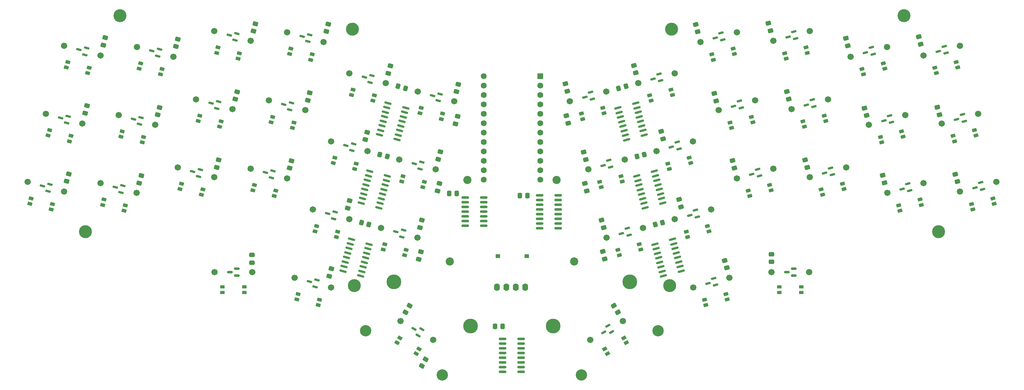
<source format=gbs>
G04 #@! TF.GenerationSoftware,KiCad,Pcbnew,8.0.4*
G04 #@! TF.CreationDate,2024-08-16T14:11:01+09:00*
G04 #@! TF.ProjectId,TrueStrike42,54727565-5374-4726-996b-6534322e6b69,rev?*
G04 #@! TF.SameCoordinates,Original*
G04 #@! TF.FileFunction,Soldermask,Bot*
G04 #@! TF.FilePolarity,Negative*
%FSLAX46Y46*%
G04 Gerber Fmt 4.6, Leading zero omitted, Abs format (unit mm)*
G04 Created by KiCad (PCBNEW 8.0.4) date 2024-08-16 14:11:01*
%MOMM*%
%LPD*%
G01*
G04 APERTURE LIST*
G04 Aperture macros list*
%AMRoundRect*
0 Rectangle with rounded corners*
0 $1 Rounding radius*
0 $2 $3 $4 $5 $6 $7 $8 $9 X,Y pos of 4 corners*
0 Add a 4 corners polygon primitive as box body*
4,1,4,$2,$3,$4,$5,$6,$7,$8,$9,$2,$3,0*
0 Add four circle primitives for the rounded corners*
1,1,$1+$1,$2,$3*
1,1,$1+$1,$4,$5*
1,1,$1+$1,$6,$7*
1,1,$1+$1,$8,$9*
0 Add four rect primitives between the rounded corners*
20,1,$1+$1,$2,$3,$4,$5,0*
20,1,$1+$1,$4,$5,$6,$7,0*
20,1,$1+$1,$6,$7,$8,$9,0*
20,1,$1+$1,$8,$9,$2,$3,0*%
%AMRotRect*
0 Rectangle, with rotation*
0 The origin of the aperture is its center*
0 $1 length*
0 $2 width*
0 $3 Rotation angle, in degrees counterclockwise*
0 Add horizontal line*
21,1,$1,$2,0,0,$3*%
G04 Aperture macros list end*
%ADD10C,3.500000*%
%ADD11C,1.701800*%
%ADD12RoundRect,0.150000X-0.528659X-0.296945X0.606304X0.007167X0.528659X0.296945X-0.606304X-0.007167X0*%
%ADD13RoundRect,0.150000X-0.606304X0.007167X0.528659X-0.296945X0.606304X-0.007167X-0.528659X0.296945X0*%
%ADD14C,2.200000*%
%ADD15RoundRect,0.150000X-0.587500X-0.150000X0.587500X-0.150000X0.587500X0.150000X-0.587500X0.150000X0*%
%ADD16O,1.600000X2.000000*%
%ADD17C,3.048000*%
%ADD18C,3.987800*%
%ADD19RoundRect,0.150000X-0.433790X-0.423654X0.583790X0.163846X0.433790X0.423654X-0.583790X-0.163846X0*%
%ADD20RoundRect,0.150000X-0.583790X0.163846X0.433790X-0.423654X0.583790X-0.163846X-0.433790X0.423654X0*%
%ADD21RotRect,1.250000X0.900000X15.000000*%
%ADD22RotRect,1.240000X0.900000X15.000000*%
%ADD23RoundRect,0.250000X-0.546166X0.203061X-0.371463X-0.448939X0.546166X-0.203061X0.371463X0.448939X0*%
%ADD24RoundRect,0.250000X-0.475000X0.337500X-0.475000X-0.337500X0.475000X-0.337500X0.475000X0.337500X0*%
%ADD25RoundRect,0.150000X0.758066X0.358415X-0.835712X-0.068637X-0.758066X-0.358415X0.835712X0.068637X0*%
%ADD26RoundRect,0.250000X-0.371463X0.448939X-0.546166X-0.203061X0.371463X-0.448939X0.546166X0.203061X0*%
%ADD27RotRect,1.250000X0.900000X165.000000*%
%ADD28RoundRect,0.250000X-0.448939X-0.371463X0.203061X-0.546166X0.448939X0.371463X-0.203061X0.546166X0*%
%ADD29RoundRect,0.250000X0.337500X0.475000X-0.337500X0.475000X-0.337500X-0.475000X0.337500X-0.475000X0*%
%ADD30RotRect,1.250000X0.900000X195.000000*%
%ADD31RoundRect,0.250000X-0.203061X-0.546166X0.448939X-0.371463X0.203061X0.546166X-0.448939X0.371463X0*%
%ADD32R,1.600000X1.600000*%
%ADD33C,1.600000*%
%ADD34RotRect,1.250000X0.900000X345.000000*%
%ADD35RotRect,1.240000X0.900000X345.000000*%
%ADD36RoundRect,0.150000X0.825000X0.150000X-0.825000X0.150000X-0.825000X-0.150000X0.825000X-0.150000X0*%
%ADD37RoundRect,0.250000X-0.580112X0.054784X-0.242612X-0.529784X0.580112X-0.054784X0.242612X0.529784X0*%
%ADD38RoundRect,0.150000X0.835712X-0.068637X-0.758066X0.358415X-0.835712X0.068637X0.758066X-0.358415X0*%
%ADD39RoundRect,0.250000X0.242612X-0.529784X0.580112X0.054784X-0.242612X0.529784X-0.580112X-0.054784X0*%
%ADD40RotRect,1.250000X0.900000X30.000000*%
%ADD41RotRect,1.240000X0.900000X30.000000*%
%ADD42R,1.250000X1.000000*%
%ADD43R,1.250000X0.900000*%
%ADD44R,1.240000X0.900000*%
%ADD45RoundRect,0.250000X-0.242612X0.529784X-0.580112X-0.054784X0.242612X-0.529784X0.580112X0.054784X0*%
%ADD46RotRect,1.250000X0.900000X330.000000*%
%ADD47RotRect,1.240000X0.900000X330.000000*%
G04 APERTURE END LIST*
D10*
X263470818Y-96420395D03*
D11*
X269241867Y-85614221D03*
X279055673Y-82984619D03*
D12*
X274808447Y-83139148D03*
X275300204Y-84974407D03*
X273243215Y-84542063D03*
D11*
X27746783Y-46182850D03*
X37560589Y-48812452D03*
D13*
X33805120Y-46822664D03*
X33313363Y-48657923D03*
X31748131Y-47255008D03*
D11*
X259380846Y-48812452D03*
X269194652Y-46182850D03*
D12*
X264947426Y-46337379D03*
X265439183Y-48172638D03*
X263382194Y-47740294D03*
D14*
X160470814Y-82420399D03*
D11*
X218411145Y-107320407D03*
X228571145Y-107320407D03*
D15*
X224428645Y-106370407D03*
X224428645Y-108270407D03*
X222553645Y-107320407D03*
D14*
X131720817Y-104420397D03*
D10*
X33470817Y-96420393D03*
D11*
X78018944Y-79375257D03*
X87832750Y-82004859D03*
D13*
X84077281Y-80015071D03*
X83585524Y-81850330D03*
X82020292Y-80447415D03*
D11*
X239747338Y-49142737D03*
X249561144Y-46513135D03*
D12*
X245313918Y-46667664D03*
X245805675Y-48502923D03*
X243748686Y-48070579D03*
D11*
X244677844Y-67543620D03*
X254491650Y-64914018D03*
D12*
X250244424Y-65068547D03*
X250736181Y-66903806D03*
X248679192Y-66471462D03*
D11*
X123038219Y-58568122D03*
X132852025Y-61197724D03*
D13*
X129096556Y-59207936D03*
X128604799Y-61043195D03*
X127039567Y-59640280D03*
D11*
X169019912Y-79598602D03*
X178833718Y-76969000D03*
D12*
X174586492Y-77123529D03*
X175078249Y-78958788D03*
X173021260Y-78526444D03*
D11*
X37519286Y-83314908D03*
X47333092Y-85944510D03*
D13*
X43577623Y-83954722D03*
X43085866Y-85789981D03*
X41520634Y-84387066D03*
D10*
X254170821Y-38120392D03*
X105470816Y-41720394D03*
X191470820Y-41720393D03*
D11*
X187420812Y-74668100D03*
X197234618Y-72038498D03*
D12*
X192987392Y-72193027D03*
X193479149Y-74028286D03*
X191422160Y-73595942D03*
D16*
X152059754Y-111397892D03*
X149519756Y-111397887D03*
X146979753Y-111397889D03*
X144439755Y-111397894D03*
D11*
X192351309Y-93068979D03*
X202165115Y-90439377D03*
D12*
X197917889Y-90593906D03*
X198409646Y-92429165D03*
X196352657Y-91996821D03*
D11*
X89845825Y-108840268D03*
X99659631Y-111469870D03*
D13*
X95904162Y-109480082D03*
X95412405Y-111315341D03*
X93847173Y-109912426D03*
D11*
X199247691Y-45203085D03*
X209061497Y-42573483D03*
D12*
X204814271Y-42728012D03*
X205306028Y-44563271D03*
X203249039Y-44130927D03*
D10*
X105960822Y-111000392D03*
X190980820Y-111000393D03*
D14*
X136470817Y-82420395D03*
X165220816Y-104420391D03*
D11*
X17885773Y-82984637D03*
X27699579Y-85614239D03*
D13*
X23944110Y-83624451D03*
X23452353Y-85459710D03*
X21887121Y-84056795D03*
D11*
X63315926Y-60644101D03*
X73129732Y-63273703D03*
D13*
X69374263Y-61283915D03*
X68882506Y-63119174D03*
X67317274Y-61716259D03*
D11*
X104637341Y-53637611D03*
X114451147Y-56267213D03*
D13*
X110695678Y-54277425D03*
X110203921Y-56112684D03*
X108638689Y-54709769D03*
D11*
X99706827Y-72038494D03*
X109520633Y-74668096D03*
D13*
X105765164Y-72678308D03*
X105273407Y-74513567D03*
X103708175Y-73110652D03*
D17*
X187822269Y-123200584D03*
D18*
X180202262Y-110002358D03*
D11*
X178390566Y-120580397D03*
X169591748Y-125660397D03*
D17*
X167145046Y-135138584D03*
D18*
X159525046Y-121940360D03*
D19*
X174328054Y-121828923D03*
X175278059Y-123474368D03*
X173179257Y-123589147D03*
D17*
X129696412Y-135138585D03*
D18*
X137316412Y-121940358D03*
D11*
X127249710Y-125660398D03*
X118450892Y-120580398D03*
D18*
X116639190Y-110002356D03*
D17*
X109019187Y-123200585D03*
D20*
X124137198Y-122766425D03*
X123187200Y-124411870D03*
X122038402Y-122651649D03*
D11*
X87879930Y-42573472D03*
X97693736Y-45203074D03*
D13*
X93938267Y-43213286D03*
X93446510Y-45048545D03*
X91881278Y-43645630D03*
D11*
X164089416Y-61197714D03*
X173903222Y-58568112D03*
D12*
X169655996Y-58722641D03*
X170147753Y-60557900D03*
X168090764Y-60125556D03*
D10*
X42770818Y-38120397D03*
D11*
X58385440Y-79044976D03*
X68199246Y-81674578D03*
D13*
X64443777Y-79684790D03*
X63952020Y-81520049D03*
X62386788Y-80117134D03*
D11*
X94776329Y-90439390D03*
X104590135Y-93068992D03*
D13*
X100834666Y-91079204D03*
X100342909Y-92914463D03*
X98777677Y-91511548D03*
D11*
X223811698Y-63273674D03*
X233625504Y-60644072D03*
D12*
X229378278Y-60798601D03*
X229870035Y-62633860D03*
X227813046Y-62201516D03*
D11*
X113177217Y-95369884D03*
X122991023Y-97999486D03*
D13*
X119235554Y-96009698D03*
X118743797Y-97844957D03*
X117178565Y-96442042D03*
D11*
X68270297Y-107320404D03*
X78430297Y-107320404D03*
D15*
X74287797Y-106370404D03*
X74287797Y-108270404D03*
X72412797Y-107320404D03*
D11*
X218881195Y-44872789D03*
X228695001Y-42243187D03*
D12*
X224447775Y-42397716D03*
X224939532Y-44232975D03*
X222882543Y-43800631D03*
D11*
X182490298Y-56267206D03*
X192304104Y-53637604D03*
D12*
X188056878Y-53792133D03*
X188548635Y-55627392D03*
X186491646Y-55195048D03*
D11*
X118107721Y-76969011D03*
X127921527Y-79598613D03*
D13*
X124166058Y-77608825D03*
X123674301Y-79444084D03*
X122109069Y-78041169D03*
D11*
X228742200Y-81674570D03*
X238556006Y-79044968D03*
D12*
X234308780Y-79199497D03*
X234800537Y-81034756D03*
X232743548Y-80602412D03*
D11*
X264311351Y-67213343D03*
X274125157Y-64583741D03*
D12*
X269877931Y-64738270D03*
X270369688Y-66573529D03*
X268312699Y-66141185D03*
D11*
X173950424Y-97999480D03*
X183764230Y-95369878D03*
D12*
X179517004Y-95524407D03*
X180008761Y-97359666D03*
X177951772Y-96927322D03*
D11*
X197281819Y-111469869D03*
X207095625Y-108840267D03*
D12*
X202848399Y-108994796D03*
X203340156Y-110830055D03*
X201283167Y-110397711D03*
D11*
X22816279Y-64583745D03*
X32630085Y-67213347D03*
D13*
X28874616Y-65223559D03*
X28382859Y-67058818D03*
X26817627Y-65655903D03*
D11*
X209108691Y-82004854D03*
X218922497Y-79375252D03*
D12*
X214675271Y-79529781D03*
X215167028Y-81365040D03*
X213110039Y-80932696D03*
D11*
X42449792Y-64914021D03*
X52263598Y-67543623D03*
D13*
X48508129Y-65553835D03*
X48016372Y-67389094D03*
X46451140Y-65986179D03*
D11*
X249608344Y-85944507D03*
X259422150Y-83314905D03*
D12*
X255174924Y-83469434D03*
X255666681Y-85304693D03*
X253609692Y-84872349D03*
D11*
X82949438Y-60974360D03*
X92763244Y-63603962D03*
D13*
X89007775Y-61614174D03*
X88516018Y-63449433D03*
X86950786Y-62046518D03*
D11*
X47380287Y-46513131D03*
X57194093Y-49142733D03*
D13*
X53438624Y-47152945D03*
X52946867Y-48988204D03*
X51381635Y-47585289D03*
D11*
X68246427Y-42243197D03*
X78060233Y-44872799D03*
D13*
X74304764Y-42883011D03*
X73813007Y-44718270D03*
X72247775Y-43315355D03*
D11*
X204178186Y-63603965D03*
X213991992Y-60974363D03*
D12*
X209744766Y-61128892D03*
X210236523Y-62964151D03*
X208179534Y-62531807D03*
D21*
X196628088Y-77907966D03*
X196239860Y-76459079D03*
D22*
X190487771Y-78000346D03*
D21*
X190880828Y-79447941D03*
D23*
X167801110Y-74918412D03*
X168338160Y-76922708D03*
D24*
X78359332Y-102679444D03*
X78359328Y-104754448D03*
D25*
X181811683Y-61708252D03*
X182140381Y-62934981D03*
X182469082Y-64161703D03*
X182797783Y-65388429D03*
X183126483Y-66615154D03*
X183455183Y-67841885D03*
X183783883Y-69068607D03*
X184112583Y-70295332D03*
X179331249Y-71576486D03*
X179002551Y-70349757D03*
X178673850Y-69123035D03*
X178345149Y-67896309D03*
X178016449Y-66669584D03*
X177687749Y-65442853D03*
X177359049Y-64216131D03*
X177030349Y-62989406D03*
D23*
X181306832Y-51525778D03*
X181843882Y-53530074D03*
D26*
X38841353Y-44017703D03*
X38304303Y-46021999D03*
D23*
X217597914Y-40145184D03*
X218134964Y-42149480D03*
D26*
X79292470Y-40259150D03*
X78755420Y-42263446D03*
D27*
X28741535Y-50603449D03*
X28353306Y-52052336D03*
X34100567Y-53592311D03*
X34488796Y-52143424D03*
X114171973Y-99790469D03*
X113783744Y-101239356D03*
X119531005Y-102779331D03*
X119919234Y-101330444D03*
D28*
X117742530Y-57149138D03*
X119746826Y-57686188D03*
D26*
X115680120Y-51665644D03*
X115143070Y-53669940D03*
D29*
X145957500Y-121979986D03*
X143882492Y-121979986D03*
D26*
X129141033Y-74839207D03*
X128603983Y-76843503D03*
D29*
X152657826Y-86669520D03*
X150582818Y-86669520D03*
D26*
X104685893Y-88060241D03*
X104148843Y-90064537D03*
D30*
X185562087Y-59598182D03*
X185950315Y-61047069D03*
X191697575Y-59507094D03*
X191309347Y-58058207D03*
D31*
X182125118Y-76087077D03*
X184129414Y-75550027D03*
D32*
X156090817Y-54450402D03*
D33*
X156090816Y-56990398D03*
X156090816Y-59530396D03*
X156090811Y-62070398D03*
X156090815Y-64610397D03*
X156090816Y-67150398D03*
X156090816Y-69690398D03*
X156090816Y-72230398D03*
X156090811Y-74770398D03*
X156090816Y-77310400D03*
X156090816Y-79850398D03*
X156090816Y-82390394D03*
X140850815Y-82390394D03*
X140850816Y-79850398D03*
X140850816Y-77310400D03*
X140850821Y-74770398D03*
X140850817Y-72230399D03*
X140850816Y-69690398D03*
X140850816Y-67150398D03*
X140850816Y-64610398D03*
X140850821Y-62070398D03*
X140850816Y-59530396D03*
X140850816Y-56990398D03*
X140850816Y-54450402D03*
D26*
X123897872Y-101819477D03*
X123360822Y-103823773D03*
D27*
X95771093Y-94859974D03*
X95382864Y-96308861D03*
X101130125Y-97848836D03*
X101518354Y-96399949D03*
D23*
X267961807Y-80898683D03*
X268498857Y-82902979D03*
D34*
X48803584Y-72323486D03*
X49191813Y-70874599D03*
D35*
X43439723Y-69333330D03*
D34*
X43056323Y-70783511D03*
D30*
X221952985Y-48203768D03*
X222341213Y-49652655D03*
X228088473Y-48112680D03*
X227700245Y-46663793D03*
D26*
X109436168Y-69559299D03*
X108899118Y-71563595D03*
D27*
X59380182Y-83465565D03*
X58991953Y-84914452D03*
X64739214Y-86454427D03*
X65127443Y-85005540D03*
D23*
X163093427Y-65076498D03*
X163630477Y-67080794D03*
D25*
X186832732Y-80084870D03*
X187161430Y-81311599D03*
X187490131Y-82538321D03*
X187818832Y-83765047D03*
X188147532Y-84991772D03*
X188476232Y-86218503D03*
X188804932Y-87445225D03*
X189133632Y-88671950D03*
X184352298Y-89953104D03*
X184023600Y-88726375D03*
X183694899Y-87499653D03*
X183366198Y-86272927D03*
X183037498Y-85046202D03*
X182708798Y-83819471D03*
X182380098Y-82592749D03*
X182051398Y-81366024D03*
D36*
X160895329Y-86624511D03*
X160895324Y-87894513D03*
X160895329Y-89164509D03*
X160895329Y-90434510D03*
X160895329Y-91704510D03*
X160895329Y-92974511D03*
X160895324Y-94244507D03*
X160895329Y-95514509D03*
X155945329Y-95514509D03*
X155945334Y-94244507D03*
X155945329Y-92974511D03*
X155945329Y-91704510D03*
X155945329Y-90434510D03*
X155945329Y-89164509D03*
X155945334Y-87894513D03*
X155945329Y-86624511D03*
D37*
X175933655Y-116380490D03*
X176971157Y-118177492D03*
D27*
X18880540Y-87405228D03*
X18492311Y-88854115D03*
X24239572Y-90394090D03*
X24627801Y-88945203D03*
D21*
X233018981Y-66513562D03*
X232630753Y-65064675D03*
D22*
X226878664Y-66605942D03*
D21*
X227271721Y-68053537D03*
D30*
X177022203Y-101330445D03*
X177410431Y-102779332D03*
X183157691Y-101239357D03*
X182769463Y-99790470D03*
D34*
X96199612Y-116249722D03*
X96587841Y-114800835D03*
D35*
X90835751Y-113259566D03*
D34*
X90452351Y-114709747D03*
D23*
X238454110Y-44184839D03*
X238991160Y-46189135D03*
D21*
X273518631Y-70453220D03*
X273130403Y-69004333D03*
D22*
X267378314Y-70545600D03*
D21*
X267771371Y-71993195D03*
D23*
X263121898Y-62835854D03*
X263658948Y-64840150D03*
D26*
X93969826Y-58892861D03*
X93432776Y-60897157D03*
D24*
X218434438Y-102487269D03*
X218434438Y-104562277D03*
D31*
X187055613Y-94487950D03*
X189059909Y-93950900D03*
D38*
X109959540Y-99766920D03*
X109630840Y-100993646D03*
X109302140Y-102220370D03*
X108973440Y-103447098D03*
X108644740Y-104673823D03*
X108316039Y-105900549D03*
X107987338Y-107127271D03*
X107658640Y-108354000D03*
X102877306Y-107072846D03*
X103206006Y-105846120D03*
X103534706Y-104619396D03*
X103863406Y-103392668D03*
X104192106Y-102165943D03*
X104520807Y-100939217D03*
X104849508Y-99712495D03*
X105178206Y-98485766D03*
D23*
X243501089Y-63020399D03*
X244038139Y-65024695D03*
X248366890Y-81179798D03*
X248903940Y-83184094D03*
D26*
X69431472Y-77060921D03*
X68894422Y-79065217D03*
D39*
X124143921Y-132632629D03*
X125181419Y-130835623D03*
D23*
X172622082Y-93296874D03*
X173159132Y-95301170D03*
D38*
X114890039Y-81366029D03*
X114561339Y-82592755D03*
X114232639Y-83819479D03*
X113903939Y-85046207D03*
X113575239Y-86272932D03*
X113246538Y-87499658D03*
X112917837Y-88726380D03*
X112589139Y-89953109D03*
X107807805Y-88671955D03*
X108136505Y-87445229D03*
X108465205Y-86218505D03*
X108793905Y-84991777D03*
X109122605Y-83765052D03*
X109451306Y-82538326D03*
X109780007Y-81311604D03*
X110108705Y-80084875D03*
D26*
X124197602Y-93288395D03*
X123660552Y-95292691D03*
D30*
X195423105Y-96399953D03*
X195811333Y-97848840D03*
X201558593Y-96308865D03*
X201170365Y-94859978D03*
X212180482Y-85335815D03*
X212568710Y-86784702D03*
X218315970Y-85244727D03*
X217927742Y-83795840D03*
D26*
X98939164Y-40347098D03*
X98402114Y-42351394D03*
D23*
X202998195Y-59068661D03*
X203535245Y-61072957D03*
X205829157Y-104172695D03*
X206366207Y-106176999D03*
D21*
X206489080Y-114709756D03*
X206100852Y-113260869D03*
D22*
X200348763Y-114802136D03*
D21*
X200741820Y-116249731D03*
D40*
X179323819Y-126406875D03*
X178573819Y-125107839D03*
D41*
X173416636Y-128085339D03*
D40*
X174170965Y-129381877D03*
D34*
X29170078Y-71993188D03*
X29558307Y-70544301D03*
D35*
X23806217Y-69003032D03*
D34*
X23422817Y-70453213D03*
D23*
X222541361Y-58594366D03*
X223078411Y-60598662D03*
D38*
X119820550Y-62965150D03*
X119491850Y-64191876D03*
X119163150Y-65418600D03*
X118834450Y-66645328D03*
X118505750Y-67872053D03*
X118177049Y-69098779D03*
X117848348Y-70325501D03*
X117519650Y-71552230D03*
X112738316Y-70271076D03*
X113067016Y-69044350D03*
X113395716Y-67817626D03*
X113724416Y-66590898D03*
X114053116Y-65364173D03*
X114381817Y-64137447D03*
X114710518Y-62910725D03*
X115039216Y-61683996D03*
D42*
X152414757Y-102997877D03*
X144664757Y-102997875D03*
D36*
X140822879Y-87157245D03*
X140822885Y-88427243D03*
X140822884Y-89697243D03*
X140822889Y-90967252D03*
X140822884Y-92237251D03*
X140822885Y-93507252D03*
X140822881Y-94777248D03*
X135872889Y-94777251D03*
X135872883Y-93507253D03*
X135872884Y-92237253D03*
X135872879Y-90967244D03*
X135872884Y-89697245D03*
X135872883Y-88427244D03*
X135872887Y-87157248D03*
D29*
X133593745Y-86108056D03*
X131518745Y-86108056D03*
D28*
X107881528Y-93950908D03*
X109885824Y-94487958D03*
D27*
X38514054Y-87735496D03*
X38125825Y-89184383D03*
X43873086Y-90724358D03*
X44261315Y-89275471D03*
D26*
X33923791Y-62370296D03*
X33386741Y-64374592D03*
D34*
X89303242Y-68383813D03*
X89691471Y-66934926D03*
D35*
X83939381Y-65393657D03*
D34*
X83555981Y-66843838D03*
D31*
X177194601Y-57686181D03*
X179198901Y-57149135D03*
D21*
X253885118Y-70783492D03*
X253496890Y-69334605D03*
D22*
X247744801Y-70875872D03*
D21*
X248137858Y-72323467D03*
D43*
X226466147Y-112832916D03*
X226466147Y-111332916D03*
D44*
X220511147Y-111332916D03*
D43*
X220516147Y-112832916D03*
D27*
X79013710Y-83795846D03*
X78625481Y-85244733D03*
X84372742Y-86784708D03*
X84760971Y-85335821D03*
D21*
X178227187Y-82838481D03*
X177838959Y-81389594D03*
D22*
X172086870Y-82930861D03*
D21*
X172479927Y-84378456D03*
D27*
X69241194Y-46663779D03*
X68852965Y-48112666D03*
X74600226Y-49652641D03*
X74988455Y-48203754D03*
D23*
X162857659Y-56469225D03*
X163394705Y-58473525D03*
X188665101Y-69327919D03*
X189202151Y-71332215D03*
D26*
X128937903Y-83396178D03*
X128400853Y-85400474D03*
D27*
X88874710Y-46994078D03*
X88486481Y-48442965D03*
X94233742Y-49982940D03*
X94621971Y-48534053D03*
X124032982Y-62988694D03*
X123644753Y-64437581D03*
X129392014Y-65977556D03*
X129780243Y-64528669D03*
D23*
X198002995Y-40426293D03*
X198540045Y-42430589D03*
X172928546Y-101781676D03*
X173465596Y-103785972D03*
D30*
X231813990Y-85005534D03*
X232202218Y-86454421D03*
X237949478Y-84914446D03*
X237561250Y-83465559D03*
D21*
X213385462Y-66843843D03*
X212997234Y-65394956D03*
D22*
X207245145Y-66936223D03*
D21*
X207638202Y-68383818D03*
D28*
X112812034Y-75550010D03*
X114816330Y-76087060D03*
D45*
X120841607Y-116375501D03*
X119804109Y-118172507D03*
D26*
X99759471Y-106439367D03*
X99222417Y-108443665D03*
D23*
X168097870Y-83366976D03*
X168634920Y-85371272D03*
D30*
X272313639Y-88945194D03*
X272701867Y-90394081D03*
X278449127Y-88854106D03*
X278060899Y-87405219D03*
D26*
X89052270Y-77245456D03*
X88515220Y-79249752D03*
D30*
X242819126Y-52473708D03*
X243207354Y-53922595D03*
X248954614Y-52382620D03*
X248566386Y-50933733D03*
X202319473Y-48534050D03*
X202707701Y-49982937D03*
X208454961Y-48442962D03*
X208066733Y-46994075D03*
D34*
X124461508Y-84378448D03*
X124849737Y-82929561D03*
D35*
X119097647Y-81388292D03*
D34*
X118714247Y-82838473D03*
D26*
X53466928Y-62844604D03*
X52929878Y-64848900D03*
D23*
X207863998Y-77228065D03*
X208401048Y-79232361D03*
D30*
X262452635Y-52143428D03*
X262840863Y-53592315D03*
X268588123Y-52052340D03*
X268199895Y-50603453D03*
D26*
X58410384Y-44395418D03*
X57873334Y-46399714D03*
D23*
X227484796Y-77043532D03*
X228021846Y-79047828D03*
D30*
X252680129Y-89275484D03*
X253068357Y-90724371D03*
X258815617Y-89184396D03*
X258427389Y-87735509D03*
D27*
X48375068Y-50933722D03*
X47986839Y-52382609D03*
X53734100Y-53922584D03*
X54122329Y-52473697D03*
D34*
X106060637Y-79447950D03*
X106448866Y-77999063D03*
D35*
X100696776Y-76457794D03*
D34*
X100313376Y-77907975D03*
D26*
X28980345Y-80819490D03*
X28443295Y-82823786D03*
D34*
X69669724Y-68053535D03*
X70057953Y-66604648D03*
D35*
X64305863Y-65063379D03*
D34*
X63922463Y-66513560D03*
D26*
X133793999Y-65272991D03*
X133256949Y-67277287D03*
D30*
X167161205Y-64528668D03*
X167549433Y-65977555D03*
X173296693Y-64437580D03*
X172908465Y-62988693D03*
D43*
X76325299Y-112832900D03*
X76325299Y-111332900D03*
D44*
X70370299Y-111332900D03*
D43*
X70375299Y-112832900D03*
D23*
X258119744Y-43781239D03*
X258656794Y-45785535D03*
D27*
X105632081Y-58058200D03*
X105243852Y-59507087D03*
X110991113Y-61047062D03*
X111379342Y-59598175D03*
D25*
X191763222Y-98485759D03*
X192091920Y-99712488D03*
X192420621Y-100939210D03*
X192749322Y-102165936D03*
X193078022Y-103392661D03*
X193406722Y-104619392D03*
X193735422Y-105846114D03*
X194064122Y-107072839D03*
X189282788Y-108353993D03*
X188954090Y-107127264D03*
X188625389Y-105900542D03*
X188296688Y-104673816D03*
X187967988Y-103447091D03*
X187639288Y-102220360D03*
X187310588Y-100993638D03*
X186981888Y-99766913D03*
D23*
X193486060Y-87706383D03*
X194023110Y-89710679D03*
D36*
X150914563Y-125379159D03*
X150914558Y-126649161D03*
X150914563Y-127919157D03*
X150914563Y-129189158D03*
X150914563Y-130459158D03*
X150914563Y-131729159D03*
X150914558Y-132999155D03*
X150914563Y-134269157D03*
X145964563Y-134269157D03*
X145964568Y-132999155D03*
X145964563Y-131729159D03*
X145964563Y-130459158D03*
X145964563Y-129189158D03*
X145964563Y-127919157D03*
X145964568Y-126649161D03*
X145964563Y-125379159D03*
D26*
X48523502Y-81293786D03*
X47986452Y-83298082D03*
X74374908Y-58611749D03*
X73837858Y-60616045D03*
X134032722Y-56583207D03*
X133495668Y-58587505D03*
D46*
X122670469Y-129381879D03*
X123420471Y-128082841D03*
D47*
X118263288Y-125105339D03*
D46*
X117517617Y-126406875D03*
M02*

</source>
